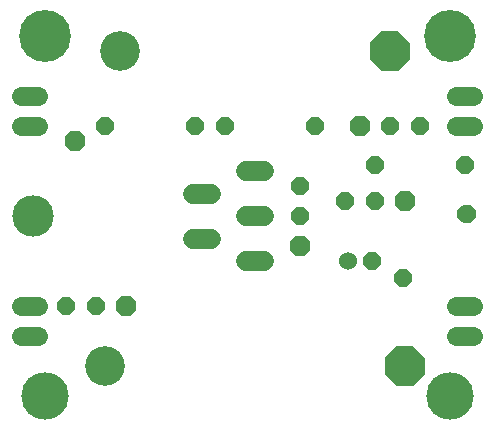
<source format=gbs>
G75*
%MOIN*%
%OFA0B0*%
%FSLAX24Y24*%
%IPPOS*%
%LPD*%
%AMOC8*
5,1,8,0,0,1.08239X$1,22.5*
%
%ADD10C,0.1580*%
%ADD11OC8,0.0600*%
%ADD12C,0.0600*%
%ADD13C,0.1320*%
%ADD14OC8,0.1320*%
%ADD15C,0.0680*%
%ADD16C,0.1380*%
%ADD17C,0.0120*%
%ADD18C,0.0640*%
%ADD19OC8,0.0680*%
%ADD20C,0.1730*%
D10*
X002680Y002180D03*
X016180Y002180D03*
D11*
X013580Y006680D03*
X013680Y008680D03*
X012680Y008680D03*
X013680Y009880D03*
X014180Y011180D03*
X015180Y011180D03*
X016680Y009880D03*
X011680Y011180D03*
X011180Y009180D03*
X011180Y008180D03*
X008680Y011180D03*
X007680Y011180D03*
X004680Y011180D03*
X004380Y005180D03*
X003380Y005180D03*
D12*
X012780Y006680D03*
D13*
X005180Y013680D03*
X004680Y003180D03*
D14*
X014680Y003180D03*
X014180Y013680D03*
D15*
X009980Y009680D02*
X009380Y009680D01*
X008230Y008930D02*
X007630Y008930D01*
X007630Y007430D02*
X008230Y007430D01*
X009380Y006680D02*
X009980Y006680D01*
X009980Y008180D02*
X009380Y008180D01*
D16*
X002280Y008180D03*
D17*
X014440Y006080D02*
X014380Y006020D01*
X014380Y006218D01*
X014520Y006358D01*
X014718Y006358D01*
X014858Y006218D01*
X014858Y006020D01*
X014718Y005880D01*
X014520Y005880D01*
X014380Y006020D01*
X014470Y006057D01*
X014470Y006181D01*
X014557Y006268D01*
X014681Y006268D01*
X014768Y006181D01*
X014768Y006057D01*
X014681Y005970D01*
X014557Y005970D01*
X014470Y006057D01*
X014560Y006094D01*
X014560Y006144D01*
X014594Y006178D01*
X014644Y006178D01*
X014678Y006144D01*
X014678Y006094D01*
X014644Y006060D01*
X014594Y006060D01*
X014560Y006094D01*
X016562Y008202D02*
X016502Y008142D01*
X016502Y008340D01*
X016642Y008480D01*
X016840Y008480D01*
X016980Y008340D01*
X016980Y008142D01*
X016840Y008002D01*
X016642Y008002D01*
X016502Y008142D01*
X016592Y008179D01*
X016592Y008303D01*
X016679Y008390D01*
X016803Y008390D01*
X016890Y008303D01*
X016890Y008179D01*
X016803Y008092D01*
X016679Y008092D01*
X016592Y008179D01*
X016682Y008216D01*
X016682Y008266D01*
X016716Y008300D01*
X016766Y008300D01*
X016800Y008266D01*
X016800Y008216D01*
X016766Y008182D01*
X016716Y008182D01*
X016682Y008216D01*
D18*
X016400Y011180D02*
X016960Y011180D01*
X016960Y012180D02*
X016400Y012180D01*
X016400Y005180D02*
X016960Y005180D01*
X016960Y004180D02*
X016400Y004180D01*
X002460Y004180D02*
X001900Y004180D01*
X001900Y005180D02*
X002460Y005180D01*
X002460Y011180D02*
X001900Y011180D01*
X001900Y012180D02*
X002460Y012180D01*
D19*
X003680Y010680D03*
X005380Y005180D03*
X011180Y007180D03*
X014680Y008680D03*
X013180Y011180D03*
D20*
X016180Y014180D03*
X002680Y014180D03*
M02*

</source>
